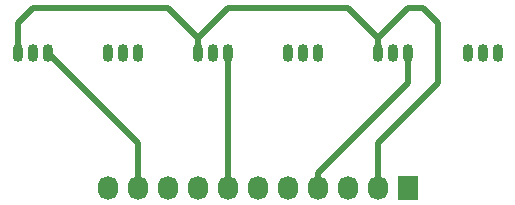
<source format=gbr>
G04 #@! TF.FileFunction,Copper,L2,Bot,Signal*
%FSLAX46Y46*%
G04 Gerber Fmt 4.6, Leading zero omitted, Abs format (unit mm)*
G04 Created by KiCad (PCBNEW 0.201509111501+6183~30~ubuntu14.04.1-product) date Mon 14 Sep 2015 02:56:09 PM CDT*
%MOMM*%
G01*
G04 APERTURE LIST*
%ADD10C,0.100000*%
%ADD11R,1.727200X2.032000*%
%ADD12O,1.727200X2.032000*%
%ADD13O,0.899160X1.501140*%
%ADD14C,0.508000*%
G04 APERTURE END LIST*
D10*
D11*
X156210000Y-138430000D03*
D12*
X153670000Y-138430000D03*
X151130000Y-138430000D03*
X148590000Y-138430000D03*
X146050000Y-138430000D03*
X143510000Y-138430000D03*
X140970000Y-138430000D03*
X138430000Y-138430000D03*
X135890000Y-138430000D03*
X133350000Y-138430000D03*
X130810000Y-138430000D03*
D13*
X124460000Y-127000000D03*
X125730000Y-127000000D03*
X123190000Y-127000000D03*
X162560000Y-127000000D03*
X163830000Y-127000000D03*
X161290000Y-127000000D03*
X154940000Y-127000000D03*
X156210000Y-127000000D03*
X153670000Y-127000000D03*
X147320000Y-127000000D03*
X148590000Y-127000000D03*
X146050000Y-127000000D03*
X139700000Y-127000000D03*
X140970000Y-127000000D03*
X138430000Y-127000000D03*
X132080000Y-127000000D03*
X133350000Y-127000000D03*
X130810000Y-127000000D03*
D14*
X153670000Y-125730000D02*
X156210000Y-123190000D01*
X153670000Y-134620000D02*
X153670000Y-138430000D01*
X158750000Y-129540000D02*
X153670000Y-134620000D01*
X158750000Y-124460000D02*
X158750000Y-129540000D01*
X157480000Y-123190000D02*
X158750000Y-124460000D01*
X156210000Y-123190000D02*
X157480000Y-123190000D01*
X138430000Y-125730000D02*
X140970000Y-123190000D01*
X153670000Y-125730000D02*
X153670000Y-127000000D01*
X151130000Y-123190000D02*
X153670000Y-125730000D01*
X140970000Y-123190000D02*
X151130000Y-123190000D01*
X123190000Y-127000000D02*
X123190000Y-124460000D01*
X138430000Y-125730000D02*
X138430000Y-127000000D01*
X135890000Y-123190000D02*
X138430000Y-125730000D01*
X124460000Y-123190000D02*
X135890000Y-123190000D01*
X123190000Y-124460000D02*
X124460000Y-123190000D01*
X148590000Y-138430000D02*
X148590000Y-137160000D01*
X156210000Y-129540000D02*
X156210000Y-127000000D01*
X148590000Y-137160000D02*
X156210000Y-129540000D01*
X140970000Y-138430000D02*
X140970000Y-127000000D01*
X133350000Y-138430000D02*
X133350000Y-134620000D01*
X133350000Y-134620000D02*
X125730000Y-127000000D01*
M02*

</source>
